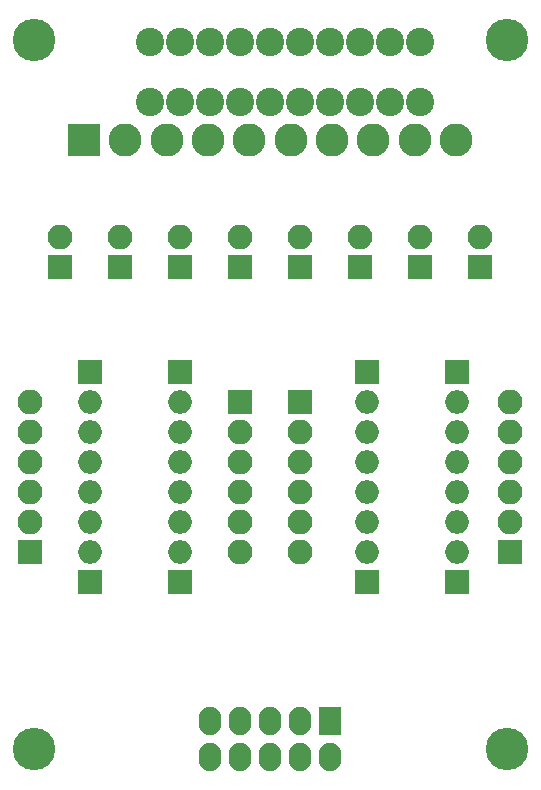
<source format=gbs>
G04 #@! TF.FileFunction,Soldermask,Bot*
%FSLAX46Y46*%
G04 Gerber Fmt 4.6, Leading zero omitted, Abs format (unit mm)*
G04 Created by KiCad (PCBNEW 4.0.7) date Wednesday, January 10, 2018 'AMt' 07:06:06 AM*
%MOMM*%
%LPD*%
G01*
G04 APERTURE LIST*
%ADD10C,0.100000*%
%ADD11R,2.100000X2.100000*%
%ADD12O,2.100000X2.100000*%
%ADD13C,2.400000*%
%ADD14C,2.800000*%
%ADD15R,2.800000X2.800000*%
%ADD16C,3.600000*%
%ADD17O,1.900000X2.400000*%
%ADD18R,1.900000X2.400000*%
%ADD19R,2.000000X2.000000*%
%ADD20O,2.000000X2.000000*%
G04 APERTURE END LIST*
D10*
D11*
X40640000Y-114300000D03*
D12*
X40640000Y-111760000D03*
X40640000Y-109220000D03*
X40640000Y-106680000D03*
X40640000Y-104140000D03*
X40640000Y-101600000D03*
D11*
X81280000Y-114300000D03*
D12*
X81280000Y-111760000D03*
X81280000Y-109220000D03*
X81280000Y-106680000D03*
X81280000Y-104140000D03*
X81280000Y-101600000D03*
D11*
X63500000Y-101600000D03*
D12*
X63500000Y-104140000D03*
X63500000Y-106680000D03*
X63500000Y-109220000D03*
X63500000Y-111760000D03*
X63500000Y-114300000D03*
D13*
X50800000Y-76200000D03*
X50800000Y-71120000D03*
X53340000Y-76200000D03*
X53340000Y-71120000D03*
X55880000Y-76200000D03*
X55880000Y-71120000D03*
X58420000Y-76200000D03*
X58420000Y-71120000D03*
X60960000Y-76200000D03*
X60960000Y-71120000D03*
X63500000Y-76200000D03*
X63500000Y-71120000D03*
X66040000Y-76200000D03*
X66040000Y-71120000D03*
X68580000Y-76200000D03*
X68580000Y-71120000D03*
X71120000Y-76200000D03*
X71120000Y-71120000D03*
X73660000Y-76200000D03*
X73660000Y-71120000D03*
D14*
X52210000Y-79440000D03*
X48710000Y-79440000D03*
X55710000Y-79440000D03*
X59210000Y-79440000D03*
X62710000Y-79440000D03*
X66210000Y-79440000D03*
D15*
X45210000Y-79440000D03*
D14*
X69710000Y-79440000D03*
X73210000Y-79440000D03*
X76710000Y-79440000D03*
D16*
X41000000Y-71000000D03*
X81000000Y-71000000D03*
X41000000Y-131000000D03*
X81000000Y-131000000D03*
D11*
X58420000Y-101600000D03*
D12*
X58420000Y-104140000D03*
X58420000Y-106680000D03*
X58420000Y-109220000D03*
X58420000Y-111760000D03*
X58420000Y-114300000D03*
D17*
X55880000Y-128655000D03*
X55880000Y-131695000D03*
X58420000Y-131695000D03*
X58420000Y-128655000D03*
D18*
X66040000Y-128655000D03*
D17*
X66040000Y-131695000D03*
X63500000Y-128655000D03*
X63500000Y-131695000D03*
X60960000Y-128655000D03*
X60960000Y-131695000D03*
D11*
X43180000Y-90170000D03*
D12*
X43180000Y-87630000D03*
D11*
X48260000Y-90170000D03*
D12*
X48260000Y-87630000D03*
D11*
X53340000Y-90170000D03*
D12*
X53340000Y-87630000D03*
D11*
X58420000Y-90170000D03*
D12*
X58420000Y-87630000D03*
D11*
X63500000Y-90170000D03*
D12*
X63500000Y-87630000D03*
D11*
X68580000Y-90170000D03*
D12*
X68580000Y-87630000D03*
D11*
X73660000Y-90170000D03*
D12*
X73660000Y-87630000D03*
D11*
X78740000Y-90170000D03*
D12*
X78740000Y-87630000D03*
D19*
X45720000Y-116840000D03*
D20*
X53340000Y-99060000D03*
X45720000Y-114300000D03*
X53340000Y-101600000D03*
X45720000Y-111760000D03*
X53340000Y-104140000D03*
X45720000Y-109220000D03*
X53340000Y-106680000D03*
X45720000Y-106680000D03*
X53340000Y-109220000D03*
X45720000Y-104140000D03*
X53340000Y-111760000D03*
X45720000Y-101600000D03*
X53340000Y-114300000D03*
X45720000Y-99060000D03*
X53340000Y-116840000D03*
D19*
X45720000Y-99060000D03*
D20*
X53340000Y-116840000D03*
X45720000Y-101600000D03*
X53340000Y-114300000D03*
X45720000Y-104140000D03*
X53340000Y-111760000D03*
X45720000Y-106680000D03*
X53340000Y-109220000D03*
X45720000Y-109220000D03*
X53340000Y-106680000D03*
X45720000Y-111760000D03*
X53340000Y-104140000D03*
X45720000Y-114300000D03*
X53340000Y-101600000D03*
X45720000Y-116840000D03*
X53340000Y-99060000D03*
D19*
X53340000Y-99060000D03*
D20*
X45720000Y-116840000D03*
X53340000Y-101600000D03*
X45720000Y-114300000D03*
X53340000Y-104140000D03*
X45720000Y-111760000D03*
X53340000Y-106680000D03*
X45720000Y-109220000D03*
X53340000Y-109220000D03*
X45720000Y-106680000D03*
X53340000Y-111760000D03*
X45720000Y-104140000D03*
X53340000Y-114300000D03*
X45720000Y-101600000D03*
X53340000Y-116840000D03*
X45720000Y-99060000D03*
D19*
X53340000Y-116840000D03*
D20*
X45720000Y-99060000D03*
X53340000Y-114300000D03*
X45720000Y-101600000D03*
X53340000Y-111760000D03*
X45720000Y-104140000D03*
X53340000Y-109220000D03*
X45720000Y-106680000D03*
X53340000Y-106680000D03*
X45720000Y-109220000D03*
X53340000Y-104140000D03*
X45720000Y-111760000D03*
X53340000Y-101600000D03*
X45720000Y-114300000D03*
X53340000Y-99060000D03*
X45720000Y-116840000D03*
D19*
X76835000Y-99060000D03*
D20*
X69215000Y-116840000D03*
X76835000Y-101600000D03*
X69215000Y-114300000D03*
X76835000Y-104140000D03*
X69215000Y-111760000D03*
X76835000Y-106680000D03*
X69215000Y-109220000D03*
X76835000Y-109220000D03*
X69215000Y-106680000D03*
X76835000Y-111760000D03*
X69215000Y-104140000D03*
X76835000Y-114300000D03*
X69215000Y-101600000D03*
X76835000Y-116840000D03*
X69215000Y-99060000D03*
D19*
X76835000Y-116840000D03*
D20*
X69215000Y-99060000D03*
X76835000Y-114300000D03*
X69215000Y-101600000D03*
X76835000Y-111760000D03*
X69215000Y-104140000D03*
X76835000Y-109220000D03*
X69215000Y-106680000D03*
X76835000Y-106680000D03*
X69215000Y-109220000D03*
X76835000Y-104140000D03*
X69215000Y-111760000D03*
X76835000Y-101600000D03*
X69215000Y-114300000D03*
X76835000Y-99060000D03*
X69215000Y-116840000D03*
D19*
X69215000Y-116840000D03*
D20*
X76835000Y-99060000D03*
X69215000Y-114300000D03*
X76835000Y-101600000D03*
X69215000Y-111760000D03*
X76835000Y-104140000D03*
X69215000Y-109220000D03*
X76835000Y-106680000D03*
X69215000Y-106680000D03*
X76835000Y-109220000D03*
X69215000Y-104140000D03*
X76835000Y-111760000D03*
X69215000Y-101600000D03*
X76835000Y-114300000D03*
X69215000Y-99060000D03*
X76835000Y-116840000D03*
D19*
X69215000Y-99060000D03*
D20*
X76835000Y-116840000D03*
X69215000Y-101600000D03*
X76835000Y-114300000D03*
X69215000Y-104140000D03*
X76835000Y-111760000D03*
X69215000Y-106680000D03*
X76835000Y-109220000D03*
X69215000Y-109220000D03*
X76835000Y-106680000D03*
X69215000Y-111760000D03*
X76835000Y-104140000D03*
X69215000Y-114300000D03*
X76835000Y-101600000D03*
X69215000Y-116840000D03*
X76835000Y-99060000D03*
M02*

</source>
